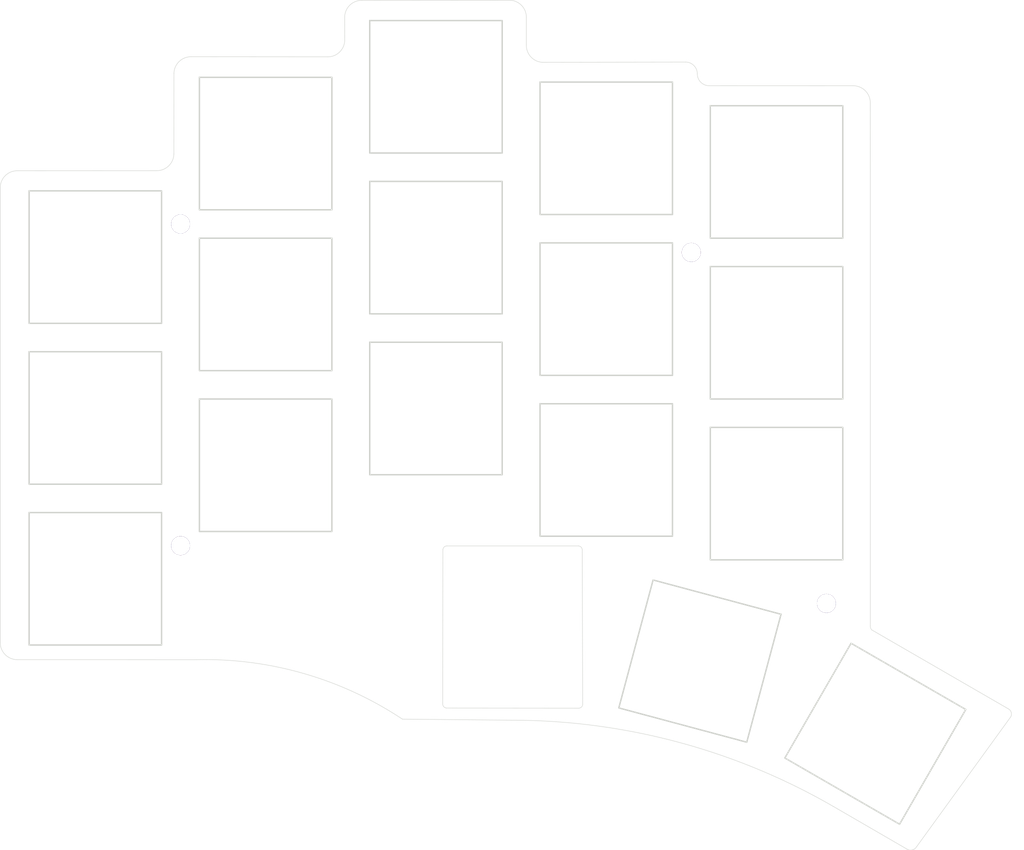
<source format=kicad_pcb>
(kicad_pcb (version 20221018) (generator pcbnew)
  (title_block (title "switch_plate") (date "2023-08-12") (rev "0.1") (comment 1 "https://github.com/richardbendli/ferris_sweep_tweaked"))
  (layers (0 "F.Cu" signal) (31 "B.Cu" signal) (34 "B.Paste" user) (35 "F.Paste" user) (36 "B.SilkS" user "B.Silkscreen") (37 "F.SilkS" user "F.Silkscreen") (38 "B.Mask" user) (39 "F.Mask" user) (44 "Edge.Cuts" user))
  (net 0 "")
  (footprint "arkenswoop:SW_PG1350_plate_cutout" (layer "F.Cu") (at 107.24152 69.248502)
    (fp_text reference "SW3")
    (fp_text value "Choc")
    (fp_rect (start -7 -7) (end 7 7) (stroke (width 0.15)) (fill none) (layer "Edge.Cuts"))
  )
  (footprint "arkenswoop:SW_PG1350_plate_cutout" (layer "F.Cu") (at 89.241522 75.249002)
    (fp_text reference "SW2")
    (fp_text value "Choc")
    (fp_rect (start -7 -7) (end 7 7) (stroke (width 0.15)) (fill none) (layer "Edge.Cuts"))
  )
  (footprint "arkenswoop:M2_2mm_hole" (layer "F.Cu") (at 80.25 83.75)
    (fp_text reference "" hide)
    (fp_text value "M2_2mm_hole" hide)
    (pad "" thru_hole circle (at 0 0) (size 2 2) (drill 2) (layers "*.Cu" "*.Mask"))
  )
  (footprint "arkenswoop:M2_2mm_hole" (layer "F.Cu") (at 148.510701 123.849903)
    (fp_text reference "" hide)
    (fp_text value "M2_2mm_hole" hide)
    (pad "" thru_hole circle (at 0 0) (size 2 2) (drill 2) (layers "*.Cu" "*.Mask"))
  )
  (footprint "arkenswoop:SW_PG1350_plate_cutout" (layer "F.Cu") (at 71.241519 121.249001)
    (fp_text reference "SW11")
    (fp_text value "Choc")
    (fp_rect (start -7 -7) (end 7 7) (stroke (width 0.15)) (fill none) (layer "Edge.Cuts"))
  )
  (footprint "arkenswoop:SW_PG1350_plate_cutout" (layer "F.Cu") (at 143.241523 78.248501)
    (fp_text reference "SW5")
    (fp_text value "Choc")
    (fp_rect (start -7 -7) (end 7 7) (stroke (width 0.15)) (fill none) (layer "Edge.Cuts"))
  )
  (footprint "arkenswoop:SW_PG1350_plate_cutout" (layer "F.Cu") (at 135.140564 129.948201 -15)
    (fp_text reference "SW16")
    (fp_text value "Choc")
    (fp_rect (start -7 -7) (end 7 7) (stroke (width 0.15)) (fill none) (layer "Edge.Cuts"))
  )
  (footprint "arkenswoop:SW_PG1350_plate_cutout" (layer "F.Cu") (at 107.241523 103.2485)
    (fp_text reference "SW13")
    (fp_text value "Choc")
    (fp_rect (start -7 -7) (end 7 7) (stroke (width 0.15)) (fill none) (layer "Edge.Cuts"))
  )
  (footprint "arkenswoop:SW_PG1350_plate_cutout" (layer "F.Cu") (at 107.241523 86.248499)
    (fp_text reference "SW8")
    (fp_text value "Choc")
    (fp_rect (start -7 -7) (end 7 7) (stroke (width 0.15)) (fill none) (layer "Edge.Cuts"))
  )
  (footprint "arkenswoop:M2_2mm_hole" (layer "F.Cu") (at 134.228545 86.75)
    (fp_text reference "" hide)
    (fp_text value "M2_2mm_hole" hide)
    (pad "" thru_hole circle (at 0 0) (size 2 2) (drill 2) (layers "*.Cu" "*.Mask"))
  )
  (footprint "arkenswoop:SW_PG1350_plate_cutout" (layer "F.Cu") (at 125.240521 109.7485)
    (fp_text reference "SW14")
    (fp_text value "Choc")
    (fp_rect (start -7 -7) (end 7 7) (stroke (width 0.15)) (fill none) (layer "Edge.Cuts"))
  )
  (footprint "arkenswoop:SW_PG1350_plate_cutout" (layer "F.Cu") (at 125.240524 75.748504)
    (fp_text reference "SW4")
    (fp_text value "Choc")
    (fp_rect (start -7 -7) (end 7 7) (stroke (width 0.15)) (fill none) (layer "Edge.Cuts"))
  )
  (footprint "arkenswoop:SW_PG1350_plate_cutout" (layer "F.Cu") (at 89.241524 109.249003)
    (fp_text reference "SW12")
    (fp_text value "Choc")
    (fp_rect (start -7 -7) (end 7 7) (stroke (width 0.15)) (fill none) (layer "Edge.Cuts"))
  )
  (footprint "arkenswoop:SW_PG1350_plate_cutout" (layer "F.Cu") (at 89.241524 92.248997)
    (fp_text reference "SW7")
    (fp_text value "Choc")
    (fp_rect (start -7 -7) (end 7 7) (stroke (width 0.15)) (fill none) (layer "Edge.Cuts"))
  )
  (footprint "arkenswoop:SW_PG1350_plate_cutout" (layer "F.Cu") (at 125.240521 92.748499)
    (fp_text reference "SW9")
    (fp_text value "Choc")
    (fp_rect (start -7 -7) (end 7 7) (stroke (width 0.15)) (fill none) (layer "Edge.Cuts"))
  )
  (footprint "arkenswoop:M2_2mm_hole" (layer "F.Cu") (at 80.25 117.75)
    (fp_text reference "" hide)
    (fp_text value "M2_2mm_hole" hide)
    (pad "" thru_hole circle (at 0 0) (size 2 2) (drill 2) (layers "*.Cu" "*.Mask"))
  )
  (footprint "arkenswoop:SW_PG1350_plate_cutout" (layer "F.Cu") (at 153.678487 137.627121 -30)
    (fp_text reference "SW17")
    (fp_text value "Choc")
    (fp_rect (start -7 -7) (end 7 7) (stroke (width 0.15)) (fill none) (layer "Edge.Cuts"))
  )
  (footprint "arkenswoop:SW_PG1350_plate_cutout" (layer "F.Cu") (at 143.241526 112.248498)
    (fp_text reference "SW15")
    (fp_text value "Choc")
    (fp_rect (start -7 -7) (end 7 7) (stroke (width 0.15)) (fill none) (layer "Edge.Cuts"))
  )
  (footprint "arkenswoop:SW_PG1350_plate_cutout" (layer "F.Cu") (at 71.241519 87.249001)
    (fp_text reference "SW1")
    (fp_text value "Choc")
    (fp_rect (start -7 -7) (end 7 7) (stroke (width 0.15)) (fill none) (layer "Edge.Cuts"))
  )
  (footprint "arkenswoop:SW_PG1350_plate_cutout" (layer "F.Cu") (at 143.241523 95.248504)
    (fp_text reference "SW10")
    (fp_text value "Choc")
    (fp_rect (start -7 -7) (end 7 7) (stroke (width 0.15)) (fill none) (layer "Edge.Cuts"))
  )
  (footprint "arkenswoop:SW_PG1350_plate_cutout" (layer "F.Cu") (at 71.241519 104.249001)
    (fp_text reference "SW6")
    (fp_text value "Choc")
    (fp_rect (start -7 -7) (end 7 7) (stroke (width 0.15)) (fill none) (layer "Edge.Cuts"))
  )
  (gr_line (start 61.188833 79.86901) (end 61.188833 127.991349) (stroke (width 0.05)) (layer "Edge.Cuts"))
  (gr_line (start 153.15 78.15) (end 153.145111 70.933883) (stroke (width 0.05)) (layer "Edge.Cuts"))
  (gr_line (start 108.357933 134.90981) (end 122.325 134.925) (stroke (width 0.05)) (layer "Edge.Cuts"))
  (gr_line (start 133.616117 66.633883) (end 118.540222 66.661837) (stroke (width 0.05)) (layer "Edge.Cuts"))
  (gr_line (start 116.795111 61.894135) (end 116.795111 64.867702) (stroke (width 0.05)) (layer "Edge.Cuts"))
  (gr_line (start 115.05 60.1) (end 99.389516 60.11343) (stroke (width 0.05)) (layer "Edge.Cuts"))
  (gr_arc (start 133.616117 66.633883) (mid 134.5 67) (end 134.866117 67.883883) (stroke (width 0.05)) (layer "Edge.Cuts"))
  (gr_arc (start 136.116117 69.133883) (mid 135.232234 68.767766) (end 134.866117 67.883883) (stroke (width 0.05)) (layer "Edge.Cuts"))
  (gr_line (start 79.547715 67.826168) (end 79.543548 76.357158) (stroke (width 0.05)) (layer "Edge.Cuts"))
  (gr_arc (start 97.595381 61.858541) (mid 98.138076 60.621651) (end 99.389516 60.11343) (stroke (width 0.05)) (layer "Edge.Cuts"))
  (gr_line (start 122.700734 118.199999) (end 122.749999 134.524266) (stroke (width 0.05)) (layer "Edge.Cuts"))
  (gr_line (start 153.15 78.15) (end 153.150253 117.617143) (stroke (width 0.05)) (layer "Edge.Cuts"))
  (gr_line (start 115.235769 136.194832) (end 103.694979 136.082549) (stroke (width 0.05)) (layer "Edge.Cuts"))
  (gr_line (start 77.745029 78.114927) (end 62.983651 78.123526) (stroke (width 0.05)) (layer "Edge.Cuts"))
  (gr_line (start 81.9 129.8) (end 62.944009 129.795833) (stroke (width 0.05)) (layer "Edge.Cuts"))
  (gr_arc (start 122.3 117.775) (mid 122.584769 117.907916) (end 122.700734 118.199999) (stroke (width 0.05)) (layer "Edge.Cuts"))
  (gr_line (start 157.030886 149.825076) (end 149.229607 145.303912) (stroke (width 0.05)) (layer "Edge.Cuts"))
  (gr_line (start 153.150253 117.617143) (end 153.15 126.2) (stroke (width 0.05)) (layer "Edge.Cuts"))
  (gr_arc (start 108.357933 134.90981) (mid 108.073167 134.776887) (end 107.957199 134.484811) (stroke (width 0.05)) (layer "Edge.Cuts"))
  (gr_arc (start 115.05 60.1) (mid 116.286898 60.642691) (end 116.795111 61.894135) (stroke (width 0.05)) (layer "Edge.Cuts"))
  (gr_arc (start 107.975001 118.175734) (mid 108.107933 117.890981) (end 108.4 117.775) (stroke (width 0.05)) (layer "Edge.Cuts"))
  (gr_arc (start 167.797034 135.029526) (mid 168.05 135.4) (end 167.990425 135.844628) (stroke (width 0.05)) (layer "Edge.Cuts"))
  (gr_arc (start 151.4 69.139748) (mid 152.63689 69.682443) (end 153.145111 70.933883) (stroke (width 0.05)) (layer "Edge.Cuts"))
  (gr_arc (start 122.749999 134.524266) (mid 122.617071 134.809002) (end 122.325 134.925) (stroke (width 0.05)) (layer "Edge.Cuts"))
  (gr_line (start 151.4 69.139748) (end 136.116117 69.133883) (stroke (width 0.05)) (layer "Edge.Cuts"))
  (gr_arc (start 79.543548 76.357158) (mid 79.000006 77.600024) (end 77.745029 78.114927) (stroke (width 0.05)) (layer "Edge.Cuts"))
  (gr_arc (start 115.235769 136.194832) (mid 132.832334 138.511576) (end 149.229607 145.303912) (stroke (width 0.05)) (layer "Edge.Cuts"))
  (gr_line (start 158.055405 149.550557) (end 167.990425 135.844628) (stroke (width 0.05)) (layer "Edge.Cuts"))
  (gr_arc (start 158.055405 149.550557) (mid 157.600001 149.900002) (end 157.030886 149.825076) (stroke (width 0.05)) (layer "Edge.Cuts"))
  (gr_arc (start 61.188834 79.86901) (mid 61.73183 78.631838) (end 62.983651 78.123526) (stroke (width 0.05)) (layer "Edge.Cuts"))
  (gr_arc (start 81.9 129.8) (mid 93.2811 131.263566) (end 103.694979 136.082549) (stroke (width 0.05)) (layer "Edge.Cuts"))
  (gr_arc (start 153.300001 126.65) (mid 153.178818 126.440394) (end 153.150001 126.2) (stroke (width 0.05)) (layer "Edge.Cuts"))
  (gr_line (start 167.797034 135.029526) (end 153.300001 126.65) (stroke (width 0.05)) (layer "Edge.Cuts"))
  (gr_line (start 107.975001 118.175734) (end 107.957199 134.484811) (stroke (width 0.05)) (layer "Edge.Cuts"))
  (gr_arc (start 97.6 64.338143) (mid 97.057294 65.575) (end 95.805865 66.083254) (stroke (width 0.05)) (layer "Edge.Cuts"))
  (gr_line (start 97.595381 61.858541) (end 97.6 64.338143) (stroke (width 0.05)) (layer "Edge.Cuts"))
  (gr_line (start 108.4 117.775) (end 122.3 117.775) (stroke (width 0.05)) (layer "Edge.Cuts"))
  (gr_arc (start 118.540222 66.661837) (mid 117.303351 66.119136) (end 116.795111 64.867702) (stroke (width 0.05)) (layer "Edge.Cuts"))
  (gr_line (start 95.805865 66.083254) (end 81.352199 66.070992) (stroke (width 0.05)) (layer "Edge.Cuts"))
  (gr_arc (start 62.944009 129.795833) (mid 61.7 129.25) (end 61.188833 127.991349) (stroke (width 0.05)) (layer "Edge.Cuts"))
  (gr_arc (start 79.547715 67.826168) (mid 80.093555 66.582164) (end 81.352199 66.070992) (stroke (width 0.05)) (layer "Edge.Cuts"))
)
</source>
